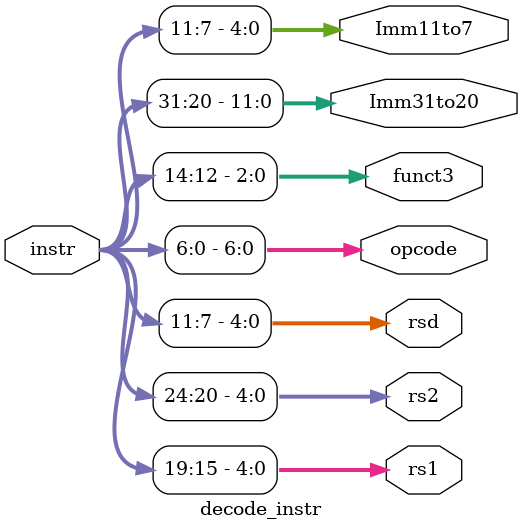
<source format=sv>
module decode_instr #(
    parameter INSTR_WIDTH = 32,
    parameter ADDRESS_WIDTH = 5
)(
    input logic [INSTR_WIDTH-1:0]      instr,
    output logic [ADDRESS_WIDTH-1:0]      rs1,
    output logic [ADDRESS_WIDTH-1:0]      rs2,
    output logic [ADDRESS_WIDTH-1:0]      rsd,
    output logic [6:0]                    opcode,
    output logic [14:12]                  funct3,
    output logic [31:20]                  Imm31to20,
    output logic [11:7]                   Imm11to7
);

always_comb begin
    rs1 = instr[19:15];
    rs2 = instr[24:20];
    rsd = instr[11:7];
    opcode = instr[6:0];
    funct3 = instr[14:12];
    Imm31to20 = instr[31:20];
    Imm11to7 = instr[11:7];
end

endmodule

</source>
